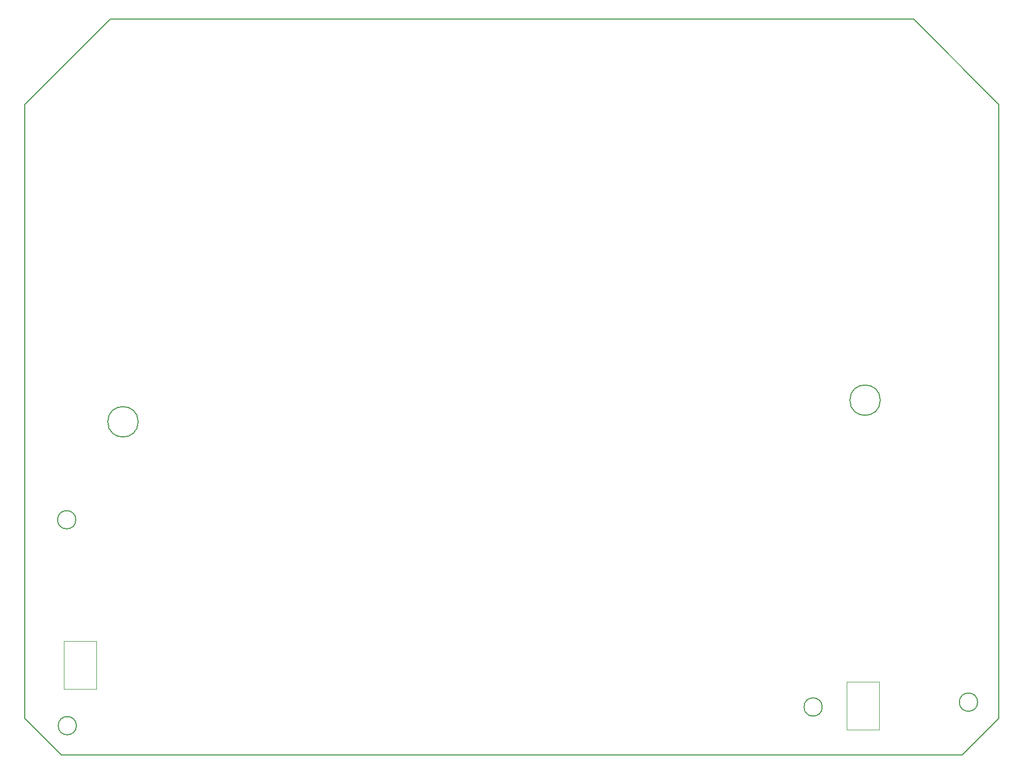
<source format=gbr>
%TF.GenerationSoftware,KiCad,Pcbnew,9.0.3*%
%TF.CreationDate,2025-10-28T00:12:23+00:00*%
%TF.ProjectId,Polygonus-Universal-Base,506f6c79-676f-46e7-9573-2d556e697665,rev?*%
%TF.SameCoordinates,Original*%
%TF.FileFunction,Profile,NP*%
%FSLAX46Y46*%
G04 Gerber Fmt 4.6, Leading zero omitted, Abs format (unit mm)*
G04 Created by KiCad (PCBNEW 9.0.3) date 2025-10-28 00:12:23*
%MOMM*%
%LPD*%
G01*
G04 APERTURE LIST*
%TA.AperFunction,Profile*%
%ADD10C,0.200000*%
%TD*%
%TA.AperFunction,Profile*%
%ADD11C,0.120000*%
%TD*%
G04 APERTURE END LIST*
D10*
X75753600Y-89560400D02*
G75*
G02*
X70753600Y-89560400I-2500000J0D01*
G01*
X70753600Y-89560400D02*
G75*
G02*
X75753600Y-89560400I2500000J0D01*
G01*
X211160000Y-144338000D02*
X217160000Y-138338000D01*
X213661827Y-135651551D02*
G75*
G02*
X210661827Y-135651551I-1500000J0D01*
G01*
X210661827Y-135651551D02*
G75*
G02*
X213661827Y-135651551I1500000J0D01*
G01*
X197673600Y-86004400D02*
G75*
G02*
X192673600Y-86004400I-2500000J0D01*
G01*
X192673600Y-86004400D02*
G75*
G02*
X197673600Y-86004400I2500000J0D01*
G01*
X211160000Y-144338000D02*
X63160000Y-144338000D01*
X57160000Y-37380000D02*
X57160000Y-138338000D01*
X63160000Y-144338000D02*
X57160000Y-138338000D01*
X217160000Y-50580000D02*
X217160000Y-87380000D01*
X217160000Y-37380000D02*
X217160000Y-50580000D01*
X57160000Y-37380000D02*
X71160244Y-23363126D01*
X65508000Y-105664000D02*
G75*
G02*
X62508000Y-105664000I-1500000J0D01*
G01*
X62508000Y-105664000D02*
G75*
G02*
X65508000Y-105664000I1500000J0D01*
G01*
X217160000Y-100580000D02*
X217160000Y-138338000D01*
X65609600Y-139520800D02*
G75*
G02*
X62609600Y-139520800I-1500000J0D01*
G01*
X62609600Y-139520800D02*
G75*
G02*
X65609600Y-139520800I1500000J0D01*
G01*
X217160000Y-87380000D02*
X217160000Y-100580000D01*
X188139200Y-136448800D02*
G75*
G02*
X185139200Y-136448800I-1500000J0D01*
G01*
X185139200Y-136448800D02*
G75*
G02*
X188139200Y-136448800I1500000J0D01*
G01*
X203160244Y-23363126D02*
X217160000Y-37380000D01*
X71160244Y-23363126D02*
X203160244Y-23363126D01*
%TO.C,U1*%
D11*
X192174349Y-140200815D02*
X197508349Y-140200815D01*
X197508349Y-132326815D01*
X192174349Y-132326815D01*
X192174349Y-140200815D01*
%TO.C,U2*%
X63516115Y-133487435D02*
X68850115Y-133487435D01*
X68850115Y-125613435D01*
X63516115Y-125613435D01*
X63516115Y-133487435D01*
%TD*%
M02*

</source>
